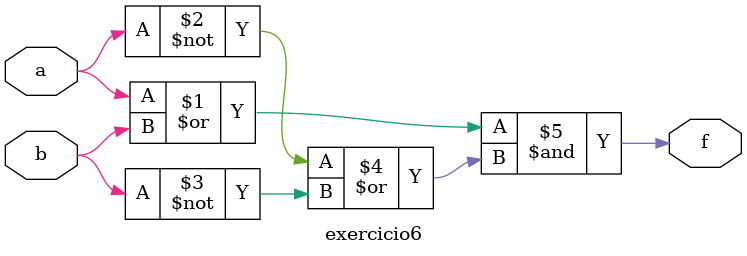
<source format=v>
module exercicio6 ( a, b, f); // declaração do nome do módulo AND
input a, b; // entrada de dados - um bit
output f; // saída de dados - um bit

assign f = (a | b) & (~a | ~b);
 
endmodule // final do módulo AND
</source>
